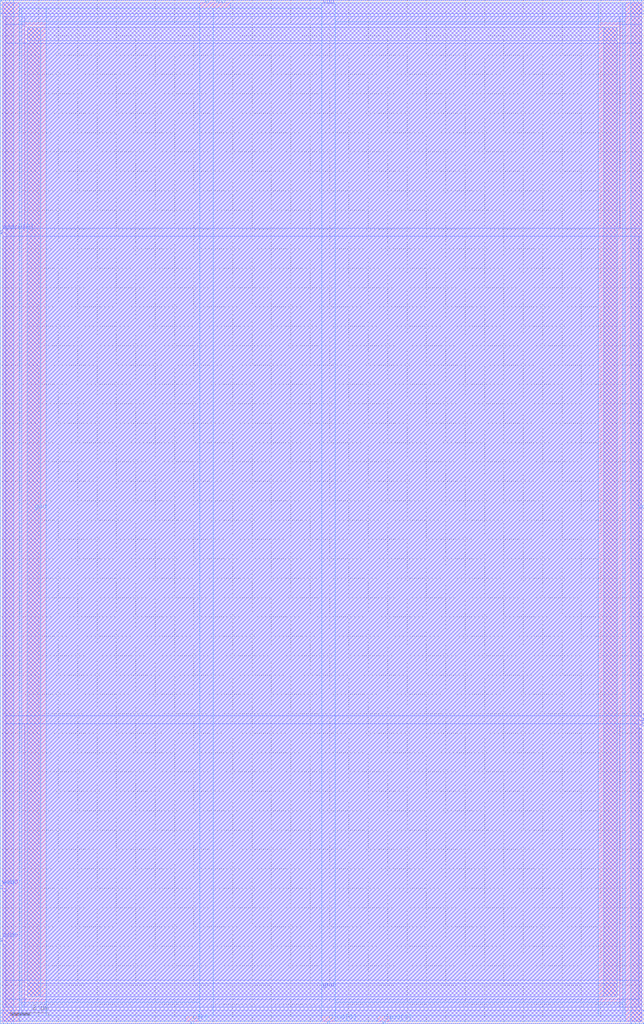
<source format=lef>
VERSION 5.4 ;
NAMESCASESENSITIVE ON ;
BUSBITCHARS "[]" ;
DIVIDERCHAR "/" ;
UNITS
  DATABASE MICRONS 2000 ;
END UNITS
MACRO freepdk45_16x2
   CLASS BLOCK ;
   SIZE 33.24 BY 52.84 ;
   SYMMETRY X Y R90 ;
   PIN din0[0]
      DIRECTION INPUT ;
      PORT
         LAYER metal4 ;
         RECT  16.8725 0.0 17.0125 0.14 ;
      END
   END din0[0]
   PIN din0[1]
      DIRECTION INPUT ;
      PORT
         LAYER metal4 ;
         RECT  19.7325 0.0 19.8725 0.14 ;
      END
   END din0[1]
   PIN addr0[0]
      DIRECTION INPUT ;
      PORT
         LAYER metal3 ;
         RECT  0.0 40.78 0.14 40.92 ;
      END
   END addr0[0]
   PIN addr0[1]
      DIRECTION INPUT ;
      PORT
         LAYER metal4 ;
         RECT  10.585 52.7 10.725 52.84 ;
      END
   END addr0[1]
   PIN addr0[2]
      DIRECTION INPUT ;
      PORT
         LAYER metal4 ;
         RECT  11.44 52.7 11.58 52.84 ;
      END
   END addr0[2]
   PIN addr0[3]
      DIRECTION INPUT ;
      PORT
         LAYER metal4 ;
         RECT  11.155 52.7 11.295 52.84 ;
      END
   END addr0[3]
   PIN csb0
      DIRECTION INPUT ;
      PORT
         LAYER metal3 ;
         RECT  0.0 4.25 0.14 4.39 ;
      END
   END csb0
   PIN web0
      DIRECTION INPUT ;
      PORT
         LAYER metal3 ;
         RECT  0.0 6.98 0.14 7.12 ;
      END
   END web0
   PIN clk0
      DIRECTION INPUT ;
      PORT
         LAYER metal4 ;
         RECT  9.84 0.0 9.98 0.14 ;
      END
   END clk0
   PIN dout0[0]
      DIRECTION OUTPUT ;
      PORT
         LAYER metal3 ;
         RECT  33.1 15.6275 33.24 15.7675 ;
      END
   END dout0[0]
   PIN dout0[1]
      DIRECTION OUTPUT ;
      PORT
         LAYER metal3 ;
         RECT  33.1 15.3925 33.24 15.5325 ;
      END
   END dout0[1]
   PIN vdd
      DIRECTION INOUT ;
      USE POWER ; 
      SHAPE ABUTMENT ; 
      PORT
         LAYER metal3 ;
         RECT  0.0 0.0 33.24 0.7 ;
         LAYER metal4 ;
         RECT  0.0 0.0 0.7 52.84 ;
         LAYER metal3 ;
         RECT  0.0 52.14 33.24 52.84 ;
         LAYER metal4 ;
         RECT  32.54 0.0 33.24 52.84 ;
      END
   END vdd
   PIN gnd
      DIRECTION INOUT ;
      USE GROUND ; 
      SHAPE ABUTMENT ; 
      PORT
         LAYER metal3 ;
         RECT  1.4 50.74 31.84 51.44 ;
         LAYER metal4 ;
         RECT  31.14 1.4 31.84 51.44 ;
         LAYER metal4 ;
         RECT  1.4 1.4 2.1 51.44 ;
         LAYER metal3 ;
         RECT  1.4 1.4 31.84 2.1 ;
      END
   END gnd
   OBS
   LAYER  metal1 ;
      RECT  0.14 0.14 33.1 52.7 ;
   LAYER  metal2 ;
      RECT  0.14 0.14 33.1 52.7 ;
   LAYER  metal3 ;
      RECT  0.28 40.64 33.1 41.06 ;
      RECT  0.14 4.53 0.28 6.84 ;
      RECT  0.14 7.26 0.28 40.64 ;
      RECT  0.28 15.4875 32.96 15.9075 ;
      RECT  0.28 15.9075 32.96 40.64 ;
      RECT  32.96 15.9075 33.1 40.64 ;
      RECT  0.14 0.84 0.28 4.11 ;
      RECT  32.96 0.84 33.1 15.2525 ;
      RECT  0.14 41.06 0.28 52.0 ;
      RECT  0.28 41.06 1.26 50.6 ;
      RECT  0.28 50.6 1.26 51.58 ;
      RECT  0.28 51.58 1.26 52.0 ;
      RECT  1.26 41.06 31.98 50.6 ;
      RECT  1.26 51.58 31.98 52.0 ;
      RECT  31.98 41.06 33.1 50.6 ;
      RECT  31.98 50.6 33.1 51.58 ;
      RECT  31.98 51.58 33.1 52.0 ;
      RECT  0.28 0.84 1.26 1.26 ;
      RECT  0.28 1.26 1.26 2.24 ;
      RECT  0.28 2.24 1.26 15.4875 ;
      RECT  1.26 0.84 31.98 1.26 ;
      RECT  1.26 2.24 31.98 15.4875 ;
      RECT  31.98 0.84 32.96 1.26 ;
      RECT  31.98 1.26 32.96 2.24 ;
      RECT  31.98 2.24 32.96 15.4875 ;
   LAYER  metal4 ;
      RECT  16.5925 0.42 17.2925 52.7 ;
      RECT  17.2925 0.14 19.4525 0.42 ;
      RECT  10.305 0.42 11.005 52.42 ;
      RECT  11.005 0.42 16.5925 52.42 ;
      RECT  11.86 52.42 16.5925 52.7 ;
      RECT  10.26 0.14 16.5925 0.42 ;
      RECT  0.98 52.42 10.305 52.7 ;
      RECT  0.98 0.14 9.56 0.42 ;
      RECT  20.1525 0.14 32.26 0.42 ;
      RECT  17.2925 0.42 30.86 1.12 ;
      RECT  17.2925 1.12 30.86 51.72 ;
      RECT  17.2925 51.72 30.86 52.7 ;
      RECT  30.86 0.42 32.12 1.12 ;
      RECT  30.86 51.72 32.12 52.7 ;
      RECT  32.12 0.42 32.26 1.12 ;
      RECT  32.12 1.12 32.26 51.72 ;
      RECT  32.12 51.72 32.26 52.7 ;
      RECT  0.98 0.42 1.12 1.12 ;
      RECT  0.98 1.12 1.12 51.72 ;
      RECT  0.98 51.72 1.12 52.42 ;
      RECT  1.12 0.42 2.38 1.12 ;
      RECT  1.12 51.72 2.38 52.42 ;
      RECT  2.38 0.42 10.305 1.12 ;
      RECT  2.38 1.12 10.305 51.72 ;
      RECT  2.38 51.72 10.305 52.42 ;
   END
END    freepdk45_16x2
END    LIBRARY

</source>
